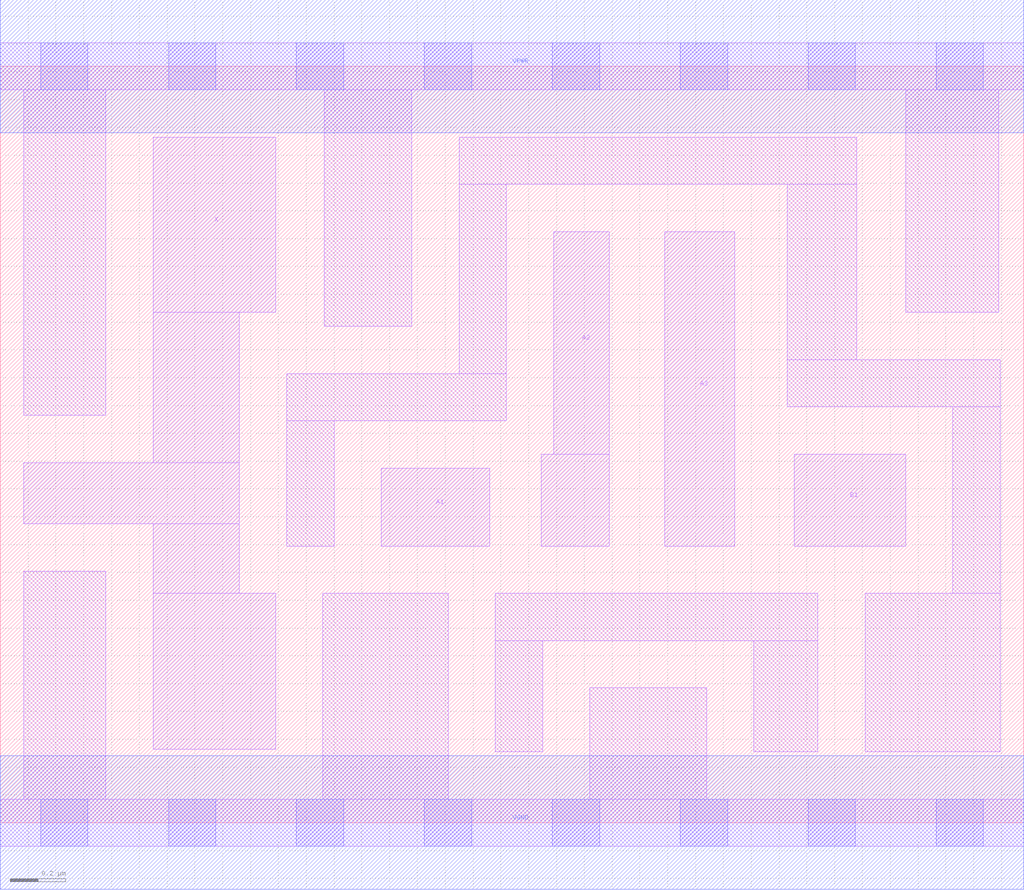
<source format=lef>
# Copyright 2020 The SkyWater PDK Authors
#
# Licensed under the Apache License, Version 2.0 (the "License");
# you may not use this file except in compliance with the License.
# You may obtain a copy of the License at
#
#     https://www.apache.org/licenses/LICENSE-2.0
#
# Unless required by applicable law or agreed to in writing, software
# distributed under the License is distributed on an "AS IS" BASIS,
# WITHOUT WARRANTIES OR CONDITIONS OF ANY KIND, either express or implied.
# See the License for the specific language governing permissions and
# limitations under the License.
#
# SPDX-License-Identifier: Apache-2.0

VERSION 5.7 ;
  NAMESCASESENSITIVE ON ;
  NOWIREEXTENSIONATPIN ON ;
  DIVIDERCHAR "/" ;
  BUSBITCHARS "[]" ;
UNITS
  DATABASE MICRONS 200 ;
END UNITS
MACRO sky130_fd_sc_hd__o31a_2
  CLASS CORE ;
  FOREIGN sky130_fd_sc_hd__o31a_2 ;
  ORIGIN  0.000000  0.000000 ;
  SIZE  3.680000 BY  2.720000 ;
  SYMMETRY X Y R90 ;
  SITE unithd ;
  PIN A1
    ANTENNAGATEAREA  0.247500 ;
    DIRECTION INPUT ;
    USE SIGNAL ;
    PORT
      LAYER li1 ;
        RECT 1.370000 0.995000 1.760000 1.275000 ;
    END
  END A1
  PIN A2
    ANTENNAGATEAREA  0.247500 ;
    DIRECTION INPUT ;
    USE SIGNAL ;
    PORT
      LAYER li1 ;
        RECT 1.945000 0.995000 2.190000 1.325000 ;
        RECT 1.990000 1.325000 2.190000 2.125000 ;
    END
  END A2
  PIN A3
    ANTENNAGATEAREA  0.247500 ;
    DIRECTION INPUT ;
    USE SIGNAL ;
    PORT
      LAYER li1 ;
        RECT 2.390000 0.995000 2.640000 2.125000 ;
    END
  END A3
  PIN B1
    ANTENNAGATEAREA  0.247500 ;
    DIRECTION INPUT ;
    USE SIGNAL ;
    PORT
      LAYER li1 ;
        RECT 2.855000 0.995000 3.255000 1.325000 ;
    END
  END B1
  PIN X
    ANTENNADIFFAREA  0.577500 ;
    DIRECTION OUTPUT ;
    USE SIGNAL ;
    PORT
      LAYER li1 ;
        RECT 0.085000 1.075000 0.860000 1.295000 ;
        RECT 0.550000 0.265000 0.990000 0.825000 ;
        RECT 0.550000 0.825000 0.860000 1.075000 ;
        RECT 0.550000 1.295000 0.860000 1.835000 ;
        RECT 0.550000 1.835000 0.990000 2.465000 ;
    END
  END X
  PIN VGND
    DIRECTION INOUT ;
    SHAPE ABUTMENT ;
    USE GROUND ;
    PORT
      LAYER met1 ;
        RECT 0.000000 -0.240000 3.680000 0.240000 ;
    END
  END VGND
  PIN VPWR
    DIRECTION INOUT ;
    SHAPE ABUTMENT ;
    USE POWER ;
    PORT
      LAYER met1 ;
        RECT 0.000000 2.480000 3.680000 2.960000 ;
    END
  END VPWR
  OBS
    LAYER li1 ;
      RECT 0.000000 -0.085000 3.680000 0.085000 ;
      RECT 0.000000  2.635000 3.680000 2.805000 ;
      RECT 0.085000  0.085000 0.380000 0.905000 ;
      RECT 0.085000  1.465000 0.380000 2.635000 ;
      RECT 1.030000  0.995000 1.200000 1.445000 ;
      RECT 1.030000  1.445000 1.820000 1.615000 ;
      RECT 1.160000  0.085000 1.610000 0.825000 ;
      RECT 1.165000  1.785000 1.480000 2.635000 ;
      RECT 1.650000  1.615000 1.820000 2.295000 ;
      RECT 1.650000  2.295000 3.080000 2.465000 ;
      RECT 1.780000  0.255000 1.950000 0.655000 ;
      RECT 1.780000  0.655000 2.940000 0.825000 ;
      RECT 2.120000  0.085000 2.540000 0.485000 ;
      RECT 2.710000  0.255000 2.940000 0.655000 ;
      RECT 2.830000  1.495000 3.595000 1.665000 ;
      RECT 2.830000  1.665000 3.080000 2.295000 ;
      RECT 3.110000  0.255000 3.595000 0.825000 ;
      RECT 3.255000  1.835000 3.590000 2.635000 ;
      RECT 3.425000  0.825000 3.595000 1.495000 ;
    LAYER mcon ;
      RECT 0.145000 -0.085000 0.315000 0.085000 ;
      RECT 0.145000  2.635000 0.315000 2.805000 ;
      RECT 0.605000 -0.085000 0.775000 0.085000 ;
      RECT 0.605000  2.635000 0.775000 2.805000 ;
      RECT 1.065000 -0.085000 1.235000 0.085000 ;
      RECT 1.065000  2.635000 1.235000 2.805000 ;
      RECT 1.525000 -0.085000 1.695000 0.085000 ;
      RECT 1.525000  2.635000 1.695000 2.805000 ;
      RECT 1.985000 -0.085000 2.155000 0.085000 ;
      RECT 1.985000  2.635000 2.155000 2.805000 ;
      RECT 2.445000 -0.085000 2.615000 0.085000 ;
      RECT 2.445000  2.635000 2.615000 2.805000 ;
      RECT 2.905000 -0.085000 3.075000 0.085000 ;
      RECT 2.905000  2.635000 3.075000 2.805000 ;
      RECT 3.365000 -0.085000 3.535000 0.085000 ;
      RECT 3.365000  2.635000 3.535000 2.805000 ;
  END
END sky130_fd_sc_hd__o31a_2
END LIBRARY

</source>
